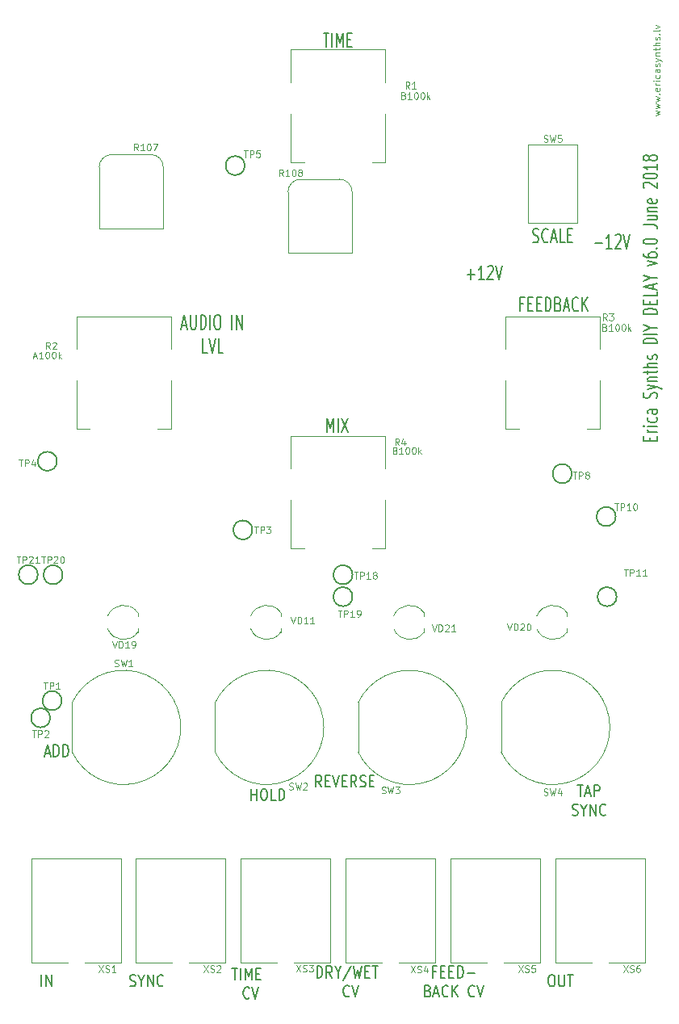
<source format=gto>
G04 #@! TF.FileFunction,Legend,Top*
%FSLAX46Y46*%
G04 Gerber Fmt 4.6, Leading zero omitted, Abs format (unit mm)*
G04 Created by KiCad (PCBNEW (2016-08-20 BZR 7083)-product) date Wed Jun 27 19:48:58 2018*
%MOMM*%
%LPD*%
G01*
G04 APERTURE LIST*
%ADD10C,0.100000*%
%ADD11C,0.150000*%
%ADD12C,0.200000*%
G04 APERTURE END LIST*
D10*
D11*
X67192857Y59047620D02*
X67192857Y59380953D01*
X67978571Y59523810D02*
X67978571Y59047620D01*
X66478571Y59047620D01*
X66478571Y59523810D01*
X67978571Y59952381D02*
X66978571Y59952381D01*
X67264285Y59952381D02*
X67121428Y60000000D01*
X67050000Y60047620D01*
X66978571Y60142858D01*
X66978571Y60238096D01*
X67978571Y60571429D02*
X66978571Y60571429D01*
X66478571Y60571429D02*
X66550000Y60523810D01*
X66621428Y60571429D01*
X66550000Y60619048D01*
X66478571Y60571429D01*
X66621428Y60571429D01*
X67907142Y61476191D02*
X67978571Y61380953D01*
X67978571Y61190477D01*
X67907142Y61095239D01*
X67835714Y61047620D01*
X67692857Y61000000D01*
X67264285Y61000000D01*
X67121428Y61047620D01*
X67050000Y61095239D01*
X66978571Y61190477D01*
X66978571Y61380953D01*
X67050000Y61476191D01*
X67978571Y62333334D02*
X67192857Y62333334D01*
X67050000Y62285715D01*
X66978571Y62190477D01*
X66978571Y62000000D01*
X67050000Y61904762D01*
X67907142Y62333334D02*
X67978571Y62238096D01*
X67978571Y62000000D01*
X67907142Y61904762D01*
X67764285Y61857143D01*
X67621428Y61857143D01*
X67478571Y61904762D01*
X67407142Y62000000D01*
X67407142Y62238096D01*
X67335714Y62333334D01*
X67907142Y63523810D02*
X67978571Y63666667D01*
X67978571Y63904762D01*
X67907142Y64000000D01*
X67835714Y64047620D01*
X67692857Y64095239D01*
X67550000Y64095239D01*
X67407142Y64047620D01*
X67335714Y64000000D01*
X67264285Y63904762D01*
X67192857Y63714286D01*
X67121428Y63619048D01*
X67050000Y63571429D01*
X66907142Y63523810D01*
X66764285Y63523810D01*
X66621428Y63571429D01*
X66550000Y63619048D01*
X66478571Y63714286D01*
X66478571Y63952381D01*
X66550000Y64095239D01*
X66978571Y64428572D02*
X67978571Y64666667D01*
X66978571Y64904762D02*
X67978571Y64666667D01*
X68335714Y64571429D01*
X68407142Y64523810D01*
X68478571Y64428572D01*
X66978571Y65285715D02*
X67978571Y65285715D01*
X67121428Y65285715D02*
X67050000Y65333334D01*
X66978571Y65428572D01*
X66978571Y65571429D01*
X67050000Y65666667D01*
X67192857Y65714286D01*
X67978571Y65714286D01*
X66978571Y66047620D02*
X66978571Y66428572D01*
X66478571Y66190477D02*
X67764285Y66190477D01*
X67907142Y66238096D01*
X67978571Y66333334D01*
X67978571Y66428572D01*
X67978571Y66761905D02*
X66478571Y66761905D01*
X67978571Y67190477D02*
X67192857Y67190477D01*
X67050000Y67142858D01*
X66978571Y67047620D01*
X66978571Y66904762D01*
X67050000Y66809524D01*
X67121428Y66761905D01*
X67907142Y67619048D02*
X67978571Y67714286D01*
X67978571Y67904762D01*
X67907142Y68000000D01*
X67764285Y68047620D01*
X67692857Y68047620D01*
X67550000Y68000000D01*
X67478571Y67904762D01*
X67478571Y67761905D01*
X67407142Y67666667D01*
X67264285Y67619048D01*
X67192857Y67619048D01*
X67050000Y67666667D01*
X66978571Y67761905D01*
X66978571Y67904762D01*
X67050000Y68000000D01*
X67978571Y69238096D02*
X66478571Y69238096D01*
X66478571Y69476191D01*
X66550000Y69619048D01*
X66692857Y69714286D01*
X66835714Y69761905D01*
X67121428Y69809524D01*
X67335714Y69809524D01*
X67621428Y69761905D01*
X67764285Y69714286D01*
X67907142Y69619048D01*
X67978571Y69476191D01*
X67978571Y69238096D01*
X67978571Y70238096D02*
X66478571Y70238096D01*
X67264285Y70904762D02*
X67978571Y70904762D01*
X66478571Y70571429D02*
X67264285Y70904762D01*
X66478571Y71238096D01*
X67978571Y72333334D02*
X66478571Y72333334D01*
X66478571Y72571429D01*
X66550000Y72714286D01*
X66692857Y72809524D01*
X66835714Y72857143D01*
X67121428Y72904762D01*
X67335714Y72904762D01*
X67621428Y72857143D01*
X67764285Y72809524D01*
X67907142Y72714286D01*
X67978571Y72571429D01*
X67978571Y72333334D01*
X67192857Y73333334D02*
X67192857Y73666667D01*
X67978571Y73809524D02*
X67978571Y73333334D01*
X66478571Y73333334D01*
X66478571Y73809524D01*
X67978571Y74714286D02*
X67978571Y74238096D01*
X66478571Y74238096D01*
X67550000Y75000000D02*
X67550000Y75476191D01*
X67978571Y74904762D02*
X66478571Y75238096D01*
X67978571Y75571429D01*
X67264285Y76095239D02*
X67978571Y76095239D01*
X66478571Y75761905D02*
X67264285Y76095239D01*
X66478571Y76428572D01*
X66978571Y77428572D02*
X67978571Y77666667D01*
X66978571Y77904762D01*
X66478571Y78714286D02*
X66478571Y78523810D01*
X66550000Y78428572D01*
X66621428Y78380953D01*
X66835714Y78285715D01*
X67121428Y78238096D01*
X67692857Y78238096D01*
X67835714Y78285715D01*
X67907142Y78333334D01*
X67978571Y78428572D01*
X67978571Y78619048D01*
X67907142Y78714286D01*
X67835714Y78761905D01*
X67692857Y78809524D01*
X67335714Y78809524D01*
X67192857Y78761905D01*
X67121428Y78714286D01*
X67050000Y78619048D01*
X67050000Y78428572D01*
X67121428Y78333334D01*
X67192857Y78285715D01*
X67335714Y78238096D01*
X67835714Y79238096D02*
X67907142Y79285715D01*
X67978571Y79238096D01*
X67907142Y79190477D01*
X67835714Y79238096D01*
X67978571Y79238096D01*
X66478571Y79904762D02*
X66478571Y80000000D01*
X66550000Y80095239D01*
X66621428Y80142858D01*
X66764285Y80190477D01*
X67050000Y80238096D01*
X67407142Y80238096D01*
X67692857Y80190477D01*
X67835714Y80142858D01*
X67907142Y80095239D01*
X67978571Y80000000D01*
X67978571Y79904762D01*
X67907142Y79809524D01*
X67835714Y79761905D01*
X67692857Y79714286D01*
X67407142Y79666667D01*
X67050000Y79666667D01*
X66764285Y79714286D01*
X66621428Y79761905D01*
X66550000Y79809524D01*
X66478571Y79904762D01*
X66478571Y81714286D02*
X67550000Y81714286D01*
X67764285Y81666667D01*
X67907142Y81571429D01*
X67978571Y81428572D01*
X67978571Y81333334D01*
X66978571Y82619048D02*
X67978571Y82619048D01*
X66978571Y82190477D02*
X67764285Y82190477D01*
X67907142Y82238096D01*
X67978571Y82333334D01*
X67978571Y82476191D01*
X67907142Y82571429D01*
X67835714Y82619048D01*
X66978571Y83095239D02*
X67978571Y83095239D01*
X67121428Y83095239D02*
X67050000Y83142858D01*
X66978571Y83238096D01*
X66978571Y83380953D01*
X67050000Y83476191D01*
X67192857Y83523810D01*
X67978571Y83523810D01*
X67907142Y84380953D02*
X67978571Y84285715D01*
X67978571Y84095239D01*
X67907142Y84000000D01*
X67764285Y83952381D01*
X67192857Y83952381D01*
X67050000Y84000000D01*
X66978571Y84095239D01*
X66978571Y84285715D01*
X67050000Y84380953D01*
X67192857Y84428572D01*
X67335714Y84428572D01*
X67478571Y83952381D01*
X66621428Y85571429D02*
X66550000Y85619048D01*
X66478571Y85714286D01*
X66478571Y85952381D01*
X66550000Y86047620D01*
X66621428Y86095239D01*
X66764285Y86142858D01*
X66907142Y86142858D01*
X67121428Y86095239D01*
X67978571Y85523810D01*
X67978571Y86142858D01*
X66478571Y86761905D02*
X66478571Y86857143D01*
X66550000Y86952381D01*
X66621428Y87000000D01*
X66764285Y87047620D01*
X67050000Y87095239D01*
X67407142Y87095239D01*
X67692857Y87047620D01*
X67835714Y87000000D01*
X67907142Y86952381D01*
X67978571Y86857143D01*
X67978571Y86761905D01*
X67907142Y86666667D01*
X67835714Y86619048D01*
X67692857Y86571429D01*
X67407142Y86523810D01*
X67050000Y86523810D01*
X66764285Y86571429D01*
X66621428Y86619048D01*
X66550000Y86666667D01*
X66478571Y86761905D01*
X67978571Y88047620D02*
X67978571Y87476191D01*
X67978571Y87761905D02*
X66478571Y87761905D01*
X66692857Y87666667D01*
X66835714Y87571429D01*
X66907142Y87476191D01*
X67121428Y88619048D02*
X67050000Y88523810D01*
X66978571Y88476191D01*
X66835714Y88428572D01*
X66764285Y88428572D01*
X66621428Y88476191D01*
X66550000Y88523810D01*
X66478571Y88619048D01*
X66478571Y88809524D01*
X66550000Y88904762D01*
X66621428Y88952381D01*
X66764285Y89000000D01*
X66835714Y89000000D01*
X66978571Y88952381D01*
X67050000Y88904762D01*
X67121428Y88809524D01*
X67121428Y88619048D01*
X67192857Y88523810D01*
X67264285Y88476191D01*
X67407142Y88428572D01*
X67692857Y88428572D01*
X67835714Y88476191D01*
X67907142Y88523810D01*
X67978571Y88619048D01*
X67978571Y88809524D01*
X67907142Y88904762D01*
X67835714Y88952381D01*
X67692857Y89000000D01*
X67407142Y89000000D01*
X67264285Y88952381D01*
X67192857Y88904762D01*
X67121428Y88809524D01*
D12*
X32952380Y101821429D02*
X33523809Y101821429D01*
X33238095Y100321429D02*
X33238095Y101821429D01*
X33857142Y100321429D02*
X33857142Y101821429D01*
X34333333Y100321429D02*
X34333333Y101821429D01*
X34666666Y100750000D01*
X35000000Y101821429D01*
X35000000Y100321429D01*
X35476190Y101107143D02*
X35809523Y101107143D01*
X35952380Y100321429D02*
X35476190Y100321429D01*
X35476190Y101821429D01*
X35952380Y101821429D01*
X54928571Y79892858D02*
X55071428Y79821429D01*
X55309523Y79821429D01*
X55404761Y79892858D01*
X55452380Y79964286D01*
X55500000Y80107143D01*
X55500000Y80250000D01*
X55452380Y80392858D01*
X55404761Y80464286D01*
X55309523Y80535715D01*
X55119047Y80607143D01*
X55023809Y80678572D01*
X54976190Y80750000D01*
X54928571Y80892858D01*
X54928571Y81035715D01*
X54976190Y81178572D01*
X55023809Y81250000D01*
X55119047Y81321429D01*
X55357142Y81321429D01*
X55500000Y81250000D01*
X56500000Y79964286D02*
X56452380Y79892858D01*
X56309523Y79821429D01*
X56214285Y79821429D01*
X56071428Y79892858D01*
X55976190Y80035715D01*
X55928571Y80178572D01*
X55880952Y80464286D01*
X55880952Y80678572D01*
X55928571Y80964286D01*
X55976190Y81107143D01*
X56071428Y81250000D01*
X56214285Y81321429D01*
X56309523Y81321429D01*
X56452380Y81250000D01*
X56500000Y81178572D01*
X56880952Y80250000D02*
X57357142Y80250000D01*
X56785714Y79821429D02*
X57119047Y81321429D01*
X57452380Y79821429D01*
X58261904Y79821429D02*
X57785714Y79821429D01*
X57785714Y81321429D01*
X58595238Y80607143D02*
X58928571Y80607143D01*
X59071428Y79821429D02*
X58595238Y79821429D01*
X58595238Y81321429D01*
X59071428Y81321429D01*
X53909523Y73407143D02*
X53576190Y73407143D01*
X53576190Y72621429D02*
X53576190Y74121429D01*
X54052380Y74121429D01*
X54433333Y73407143D02*
X54766666Y73407143D01*
X54909523Y72621429D02*
X54433333Y72621429D01*
X54433333Y74121429D01*
X54909523Y74121429D01*
X55338095Y73407143D02*
X55671428Y73407143D01*
X55814285Y72621429D02*
X55338095Y72621429D01*
X55338095Y74121429D01*
X55814285Y74121429D01*
X56242857Y72621429D02*
X56242857Y74121429D01*
X56480952Y74121429D01*
X56623809Y74050000D01*
X56719047Y73907143D01*
X56766666Y73764286D01*
X56814285Y73478572D01*
X56814285Y73264286D01*
X56766666Y72978572D01*
X56719047Y72835715D01*
X56623809Y72692858D01*
X56480952Y72621429D01*
X56242857Y72621429D01*
X57576190Y73407143D02*
X57719047Y73335715D01*
X57766666Y73264286D01*
X57814285Y73121429D01*
X57814285Y72907143D01*
X57766666Y72764286D01*
X57719047Y72692858D01*
X57623809Y72621429D01*
X57242857Y72621429D01*
X57242857Y74121429D01*
X57576190Y74121429D01*
X57671428Y74050000D01*
X57719047Y73978572D01*
X57766666Y73835715D01*
X57766666Y73692858D01*
X57719047Y73550000D01*
X57671428Y73478572D01*
X57576190Y73407143D01*
X57242857Y73407143D01*
X58195238Y73050000D02*
X58671428Y73050000D01*
X58100000Y72621429D02*
X58433333Y74121429D01*
X58766666Y72621429D01*
X59671428Y72764286D02*
X59623809Y72692858D01*
X59480952Y72621429D01*
X59385714Y72621429D01*
X59242857Y72692858D01*
X59147619Y72835715D01*
X59100000Y72978572D01*
X59052380Y73264286D01*
X59052380Y73478572D01*
X59100000Y73764286D01*
X59147619Y73907143D01*
X59242857Y74050000D01*
X59385714Y74121429D01*
X59480952Y74121429D01*
X59623809Y74050000D01*
X59671428Y73978572D01*
X60100000Y72621429D02*
X60100000Y74121429D01*
X60671428Y72621429D02*
X60242857Y73478572D01*
X60671428Y74121429D02*
X60100000Y73264286D01*
X18133333Y71175000D02*
X18609523Y71175000D01*
X18038095Y70746429D02*
X18371428Y72246429D01*
X18704761Y70746429D01*
X19038095Y72246429D02*
X19038095Y71032143D01*
X19085714Y70889286D01*
X19133333Y70817858D01*
X19228571Y70746429D01*
X19419047Y70746429D01*
X19514285Y70817858D01*
X19561904Y70889286D01*
X19609523Y71032143D01*
X19609523Y72246429D01*
X20085714Y70746429D02*
X20085714Y72246429D01*
X20323809Y72246429D01*
X20466666Y72175000D01*
X20561904Y72032143D01*
X20609523Y71889286D01*
X20657142Y71603572D01*
X20657142Y71389286D01*
X20609523Y71103572D01*
X20561904Y70960715D01*
X20466666Y70817858D01*
X20323809Y70746429D01*
X20085714Y70746429D01*
X21085714Y70746429D02*
X21085714Y72246429D01*
X21752380Y72246429D02*
X21942857Y72246429D01*
X22038095Y72175000D01*
X22133333Y72032143D01*
X22180952Y71746429D01*
X22180952Y71246429D01*
X22133333Y70960715D01*
X22038095Y70817858D01*
X21942857Y70746429D01*
X21752380Y70746429D01*
X21657142Y70817858D01*
X21561904Y70960715D01*
X21514285Y71246429D01*
X21514285Y71746429D01*
X21561904Y72032143D01*
X21657142Y72175000D01*
X21752380Y72246429D01*
X23371428Y70746429D02*
X23371428Y72246429D01*
X23847619Y70746429D02*
X23847619Y72246429D01*
X24419047Y70746429D01*
X24419047Y72246429D01*
X20776190Y68296429D02*
X20300000Y68296429D01*
X20300000Y69796429D01*
X20966666Y69796429D02*
X21300000Y68296429D01*
X21633333Y69796429D01*
X22442857Y68296429D02*
X21966666Y68296429D01*
X21966666Y69796429D01*
X33352380Y59921429D02*
X33352380Y61421429D01*
X33685714Y60350000D01*
X34019047Y61421429D01*
X34019047Y59921429D01*
X34495238Y59921429D02*
X34495238Y61421429D01*
X34876190Y61421429D02*
X35542857Y59921429D01*
X35542857Y61421429D02*
X34876190Y59921429D01*
X59585714Y22957143D02*
X60157142Y22957143D01*
X59871428Y21757143D02*
X59871428Y22957143D01*
X60442857Y22100000D02*
X60919047Y22100000D01*
X60347619Y21757143D02*
X60680952Y22957143D01*
X61014285Y21757143D01*
X61347619Y21757143D02*
X61347619Y22957143D01*
X61728571Y22957143D01*
X61823809Y22900000D01*
X61871428Y22842858D01*
X61919047Y22728572D01*
X61919047Y22557143D01*
X61871428Y22442858D01*
X61823809Y22385715D01*
X61728571Y22328572D01*
X61347619Y22328572D01*
X59061904Y19814286D02*
X59204761Y19757143D01*
X59442857Y19757143D01*
X59538095Y19814286D01*
X59585714Y19871429D01*
X59633333Y19985715D01*
X59633333Y20100000D01*
X59585714Y20214286D01*
X59538095Y20271429D01*
X59442857Y20328572D01*
X59252380Y20385715D01*
X59157142Y20442858D01*
X59109523Y20500000D01*
X59061904Y20614286D01*
X59061904Y20728572D01*
X59109523Y20842858D01*
X59157142Y20900000D01*
X59252380Y20957143D01*
X59490476Y20957143D01*
X59633333Y20900000D01*
X60252380Y20328572D02*
X60252380Y19757143D01*
X59919047Y20957143D02*
X60252380Y20328572D01*
X60585714Y20957143D01*
X60919047Y19757143D02*
X60919047Y20957143D01*
X61490476Y19757143D01*
X61490476Y20957143D01*
X62538095Y19871429D02*
X62490476Y19814286D01*
X62347619Y19757143D01*
X62252380Y19757143D01*
X62109523Y19814286D01*
X62014285Y19928572D01*
X61966666Y20042858D01*
X61919047Y20271429D01*
X61919047Y20442858D01*
X61966666Y20671429D01*
X62014285Y20785715D01*
X62109523Y20900000D01*
X62252380Y20957143D01*
X62347619Y20957143D01*
X62490476Y20900000D01*
X62538095Y20842858D01*
X32747619Y22757143D02*
X32414285Y23328572D01*
X32176190Y22757143D02*
X32176190Y23957143D01*
X32557142Y23957143D01*
X32652380Y23900000D01*
X32700000Y23842858D01*
X32747619Y23728572D01*
X32747619Y23557143D01*
X32700000Y23442858D01*
X32652380Y23385715D01*
X32557142Y23328572D01*
X32176190Y23328572D01*
X33176190Y23385715D02*
X33509523Y23385715D01*
X33652380Y22757143D02*
X33176190Y22757143D01*
X33176190Y23957143D01*
X33652380Y23957143D01*
X33938095Y23957143D02*
X34271428Y22757143D01*
X34604761Y23957143D01*
X34938095Y23385715D02*
X35271428Y23385715D01*
X35414285Y22757143D02*
X34938095Y22757143D01*
X34938095Y23957143D01*
X35414285Y23957143D01*
X36414285Y22757143D02*
X36080952Y23328572D01*
X35842857Y22757143D02*
X35842857Y23957143D01*
X36223809Y23957143D01*
X36319047Y23900000D01*
X36366666Y23842858D01*
X36414285Y23728572D01*
X36414285Y23557143D01*
X36366666Y23442858D01*
X36319047Y23385715D01*
X36223809Y23328572D01*
X35842857Y23328572D01*
X36795238Y22814286D02*
X36938095Y22757143D01*
X37176190Y22757143D01*
X37271428Y22814286D01*
X37319047Y22871429D01*
X37366666Y22985715D01*
X37366666Y23100000D01*
X37319047Y23214286D01*
X37271428Y23271429D01*
X37176190Y23328572D01*
X36985714Y23385715D01*
X36890476Y23442858D01*
X36842857Y23500000D01*
X36795238Y23614286D01*
X36795238Y23728572D01*
X36842857Y23842858D01*
X36890476Y23900000D01*
X36985714Y23957143D01*
X37223809Y23957143D01*
X37366666Y23900000D01*
X37795238Y23385715D02*
X38128571Y23385715D01*
X38271428Y22757143D02*
X37795238Y22757143D01*
X37795238Y23957143D01*
X38271428Y23957143D01*
X25385714Y21357143D02*
X25385714Y22557143D01*
X25385714Y21985715D02*
X25957142Y21985715D01*
X25957142Y21357143D02*
X25957142Y22557143D01*
X26623809Y22557143D02*
X26814285Y22557143D01*
X26909523Y22500000D01*
X27004761Y22385715D01*
X27052380Y22157143D01*
X27052380Y21757143D01*
X27004761Y21528572D01*
X26909523Y21414286D01*
X26814285Y21357143D01*
X26623809Y21357143D01*
X26528571Y21414286D01*
X26433333Y21528572D01*
X26385714Y21757143D01*
X26385714Y22157143D01*
X26433333Y22385715D01*
X26528571Y22500000D01*
X26623809Y22557143D01*
X27957142Y21357143D02*
X27480952Y21357143D01*
X27480952Y22557143D01*
X28290476Y21357143D02*
X28290476Y22557143D01*
X28528571Y22557143D01*
X28671428Y22500000D01*
X28766666Y22385715D01*
X28814285Y22271429D01*
X28861904Y22042858D01*
X28861904Y21871429D01*
X28814285Y21642858D01*
X28766666Y21528572D01*
X28671428Y21414286D01*
X28528571Y21357143D01*
X28290476Y21357143D01*
X3761904Y26300000D02*
X4238095Y26300000D01*
X3666666Y25957143D02*
X4000000Y27157143D01*
X4333333Y25957143D01*
X4666666Y25957143D02*
X4666666Y27157143D01*
X4904761Y27157143D01*
X5047619Y27100000D01*
X5142857Y26985715D01*
X5190476Y26871429D01*
X5238095Y26642858D01*
X5238095Y26471429D01*
X5190476Y26242858D01*
X5142857Y26128572D01*
X5047619Y26014286D01*
X4904761Y25957143D01*
X4666666Y25957143D01*
X5666666Y25957143D02*
X5666666Y27157143D01*
X5904761Y27157143D01*
X6047619Y27100000D01*
X6142857Y26985715D01*
X6190476Y26871429D01*
X6238095Y26642858D01*
X6238095Y26471429D01*
X6190476Y26242858D01*
X6142857Y26128572D01*
X6047619Y26014286D01*
X5904761Y25957143D01*
X5666666Y25957143D01*
X56800000Y3057143D02*
X56990476Y3057143D01*
X57085714Y3000000D01*
X57180952Y2885715D01*
X57228571Y2657143D01*
X57228571Y2257143D01*
X57180952Y2028572D01*
X57085714Y1914286D01*
X56990476Y1857143D01*
X56800000Y1857143D01*
X56704761Y1914286D01*
X56609523Y2028572D01*
X56561904Y2257143D01*
X56561904Y2657143D01*
X56609523Y2885715D01*
X56704761Y3000000D01*
X56800000Y3057143D01*
X57657142Y3057143D02*
X57657142Y2085715D01*
X57704761Y1971429D01*
X57752380Y1914286D01*
X57847619Y1857143D01*
X58038095Y1857143D01*
X58133333Y1914286D01*
X58180952Y1971429D01*
X58228571Y2085715D01*
X58228571Y3057143D01*
X58561904Y3057143D02*
X59133333Y3057143D01*
X58847619Y1857143D02*
X58847619Y3057143D01*
X44719047Y3385715D02*
X44385714Y3385715D01*
X44385714Y2757143D02*
X44385714Y3957143D01*
X44861904Y3957143D01*
X45242857Y3385715D02*
X45576190Y3385715D01*
X45719047Y2757143D02*
X45242857Y2757143D01*
X45242857Y3957143D01*
X45719047Y3957143D01*
X46147619Y3385715D02*
X46480952Y3385715D01*
X46623809Y2757143D02*
X46147619Y2757143D01*
X46147619Y3957143D01*
X46623809Y3957143D01*
X47052380Y2757143D02*
X47052380Y3957143D01*
X47290476Y3957143D01*
X47433333Y3900000D01*
X47528571Y3785715D01*
X47576190Y3671429D01*
X47623809Y3442858D01*
X47623809Y3271429D01*
X47576190Y3042858D01*
X47528571Y2928572D01*
X47433333Y2814286D01*
X47290476Y2757143D01*
X47052380Y2757143D01*
X48052380Y3214286D02*
X48814285Y3214286D01*
X43933333Y1385715D02*
X44076190Y1328572D01*
X44123809Y1271429D01*
X44171428Y1157143D01*
X44171428Y985715D01*
X44123809Y871429D01*
X44076190Y814286D01*
X43980952Y757143D01*
X43600000Y757143D01*
X43600000Y1957143D01*
X43933333Y1957143D01*
X44028571Y1900000D01*
X44076190Y1842858D01*
X44123809Y1728572D01*
X44123809Y1614286D01*
X44076190Y1500000D01*
X44028571Y1442858D01*
X43933333Y1385715D01*
X43600000Y1385715D01*
X44552380Y1100000D02*
X45028571Y1100000D01*
X44457142Y757143D02*
X44790476Y1957143D01*
X45123809Y757143D01*
X46028571Y871429D02*
X45980952Y814286D01*
X45838095Y757143D01*
X45742857Y757143D01*
X45600000Y814286D01*
X45504761Y928572D01*
X45457142Y1042858D01*
X45409523Y1271429D01*
X45409523Y1442858D01*
X45457142Y1671429D01*
X45504761Y1785715D01*
X45600000Y1900000D01*
X45742857Y1957143D01*
X45838095Y1957143D01*
X45980952Y1900000D01*
X46028571Y1842858D01*
X46457142Y757143D02*
X46457142Y1957143D01*
X47028571Y757143D02*
X46600000Y1442858D01*
X47028571Y1957143D02*
X46457142Y1271429D01*
X48790476Y871429D02*
X48742857Y814286D01*
X48600000Y757143D01*
X48504761Y757143D01*
X48361904Y814286D01*
X48266666Y928572D01*
X48219047Y1042858D01*
X48171428Y1271429D01*
X48171428Y1442858D01*
X48219047Y1671429D01*
X48266666Y1785715D01*
X48361904Y1900000D01*
X48504761Y1957143D01*
X48600000Y1957143D01*
X48742857Y1900000D01*
X48790476Y1842858D01*
X49076190Y1957143D02*
X49409523Y757143D01*
X49742857Y1957143D01*
X32280952Y2757143D02*
X32280952Y3957143D01*
X32519047Y3957143D01*
X32661904Y3900000D01*
X32757142Y3785715D01*
X32804761Y3671429D01*
X32852380Y3442858D01*
X32852380Y3271429D01*
X32804761Y3042858D01*
X32757142Y2928572D01*
X32661904Y2814286D01*
X32519047Y2757143D01*
X32280952Y2757143D01*
X33852380Y2757143D02*
X33519047Y3328572D01*
X33280952Y2757143D02*
X33280952Y3957143D01*
X33661904Y3957143D01*
X33757142Y3900000D01*
X33804761Y3842858D01*
X33852380Y3728572D01*
X33852380Y3557143D01*
X33804761Y3442858D01*
X33757142Y3385715D01*
X33661904Y3328572D01*
X33280952Y3328572D01*
X34471428Y3328572D02*
X34471428Y2757143D01*
X34138095Y3957143D02*
X34471428Y3328572D01*
X34804761Y3957143D01*
X35852380Y4014286D02*
X34995238Y2471429D01*
X36090476Y3957143D02*
X36328571Y2757143D01*
X36519047Y3614286D01*
X36709523Y2757143D01*
X36947619Y3957143D01*
X37328571Y3385715D02*
X37661904Y3385715D01*
X37804761Y2757143D02*
X37328571Y2757143D01*
X37328571Y3957143D01*
X37804761Y3957143D01*
X38090476Y3957143D02*
X38661904Y3957143D01*
X38376190Y2757143D02*
X38376190Y3957143D01*
X35661904Y871429D02*
X35614285Y814286D01*
X35471428Y757143D01*
X35376190Y757143D01*
X35233333Y814286D01*
X35138095Y928572D01*
X35090476Y1042858D01*
X35042857Y1271429D01*
X35042857Y1442858D01*
X35090476Y1671429D01*
X35138095Y1785715D01*
X35233333Y1900000D01*
X35376190Y1957143D01*
X35471428Y1957143D01*
X35614285Y1900000D01*
X35661904Y1842858D01*
X35947619Y1957143D02*
X36280952Y757143D01*
X36614285Y1957143D01*
D10*
X67750000Y93150000D02*
X68216666Y93283334D01*
X67883333Y93416667D01*
X68216666Y93550000D01*
X67750000Y93683334D01*
X67750000Y93883334D02*
X68216666Y94016667D01*
X67883333Y94150000D01*
X68216666Y94283334D01*
X67750000Y94416667D01*
X67750000Y94616667D02*
X68216666Y94750000D01*
X67883333Y94883334D01*
X68216666Y95016667D01*
X67750000Y95150000D01*
X68150000Y95416667D02*
X68183333Y95450000D01*
X68216666Y95416667D01*
X68183333Y95383334D01*
X68150000Y95416667D01*
X68216666Y95416667D01*
X68183333Y96016667D02*
X68216666Y95950000D01*
X68216666Y95816667D01*
X68183333Y95750000D01*
X68116666Y95716667D01*
X67850000Y95716667D01*
X67783333Y95750000D01*
X67750000Y95816667D01*
X67750000Y95950000D01*
X67783333Y96016667D01*
X67850000Y96050000D01*
X67916666Y96050000D01*
X67983333Y95716667D01*
X68216666Y96350000D02*
X67750000Y96350000D01*
X67883333Y96350000D02*
X67816666Y96383334D01*
X67783333Y96416667D01*
X67750000Y96483334D01*
X67750000Y96550000D01*
X68216666Y96783334D02*
X67750000Y96783334D01*
X67516666Y96783334D02*
X67550000Y96750000D01*
X67583333Y96783334D01*
X67550000Y96816667D01*
X67516666Y96783334D01*
X67583333Y96783334D01*
X68183333Y97416667D02*
X68216666Y97350000D01*
X68216666Y97216667D01*
X68183333Y97150000D01*
X68150000Y97116667D01*
X68083333Y97083334D01*
X67883333Y97083334D01*
X67816666Y97116667D01*
X67783333Y97150000D01*
X67750000Y97216667D01*
X67750000Y97350000D01*
X67783333Y97416667D01*
X68216666Y98016667D02*
X67850000Y98016667D01*
X67783333Y97983334D01*
X67750000Y97916667D01*
X67750000Y97783334D01*
X67783333Y97716667D01*
X68183333Y98016667D02*
X68216666Y97950000D01*
X68216666Y97783334D01*
X68183333Y97716667D01*
X68116666Y97683334D01*
X68050000Y97683334D01*
X67983333Y97716667D01*
X67950000Y97783334D01*
X67950000Y97950000D01*
X67916666Y98016667D01*
X68183333Y98316667D02*
X68216666Y98383334D01*
X68216666Y98516667D01*
X68183333Y98583334D01*
X68116666Y98616667D01*
X68083333Y98616667D01*
X68016666Y98583334D01*
X67983333Y98516667D01*
X67983333Y98416667D01*
X67950000Y98350000D01*
X67883333Y98316667D01*
X67850000Y98316667D01*
X67783333Y98350000D01*
X67750000Y98416667D01*
X67750000Y98516667D01*
X67783333Y98583334D01*
X67750000Y98850000D02*
X68216666Y99016667D01*
X67750000Y99183334D02*
X68216666Y99016667D01*
X68383333Y98950000D01*
X68416666Y98916667D01*
X68450000Y98850000D01*
X67750000Y99450000D02*
X68216666Y99450000D01*
X67816666Y99450000D02*
X67783333Y99483334D01*
X67750000Y99550000D01*
X67750000Y99650000D01*
X67783333Y99716667D01*
X67850000Y99750000D01*
X68216666Y99750000D01*
X67750000Y99983334D02*
X67750000Y100250000D01*
X67516666Y100083334D02*
X68116666Y100083334D01*
X68183333Y100116667D01*
X68216666Y100183334D01*
X68216666Y100250000D01*
X68216666Y100483334D02*
X67516666Y100483334D01*
X68216666Y100783334D02*
X67850000Y100783334D01*
X67783333Y100750000D01*
X67750000Y100683334D01*
X67750000Y100583334D01*
X67783333Y100516667D01*
X67816666Y100483334D01*
X68183333Y101083334D02*
X68216666Y101150000D01*
X68216666Y101283334D01*
X68183333Y101350000D01*
X68116666Y101383334D01*
X68083333Y101383334D01*
X68016666Y101350000D01*
X67983333Y101283334D01*
X67983333Y101183334D01*
X67950000Y101116667D01*
X67883333Y101083334D01*
X67850000Y101083334D01*
X67783333Y101116667D01*
X67750000Y101183334D01*
X67750000Y101283334D01*
X67783333Y101350000D01*
X68150000Y101683334D02*
X68183333Y101716667D01*
X68216666Y101683334D01*
X68183333Y101650000D01*
X68150000Y101683334D01*
X68216666Y101683334D01*
X68216666Y102116667D02*
X68183333Y102050000D01*
X68116666Y102016667D01*
X67516666Y102016667D01*
X67750000Y102316667D02*
X68216666Y102483334D01*
X67750000Y102650000D01*
D12*
X3376190Y1857143D02*
X3376190Y3057143D01*
X3852380Y1857143D02*
X3852380Y3057143D01*
X4423809Y1857143D01*
X4423809Y3057143D01*
X12661904Y1914286D02*
X12804761Y1857143D01*
X13042857Y1857143D01*
X13138095Y1914286D01*
X13185714Y1971429D01*
X13233333Y2085715D01*
X13233333Y2200000D01*
X13185714Y2314286D01*
X13138095Y2371429D01*
X13042857Y2428572D01*
X12852380Y2485715D01*
X12757142Y2542858D01*
X12709523Y2600000D01*
X12661904Y2714286D01*
X12661904Y2828572D01*
X12709523Y2942858D01*
X12757142Y3000000D01*
X12852380Y3057143D01*
X13090476Y3057143D01*
X13233333Y3000000D01*
X13852380Y2428572D02*
X13852380Y1857143D01*
X13519047Y3057143D02*
X13852380Y2428572D01*
X14185714Y3057143D01*
X14519047Y1857143D02*
X14519047Y3057143D01*
X15090476Y1857143D01*
X15090476Y3057143D01*
X16138095Y1971429D02*
X16090476Y1914286D01*
X15947619Y1857143D01*
X15852380Y1857143D01*
X15709523Y1914286D01*
X15614285Y2028572D01*
X15566666Y2142858D01*
X15519047Y2371429D01*
X15519047Y2542858D01*
X15566666Y2771429D01*
X15614285Y2885715D01*
X15709523Y3000000D01*
X15852380Y3057143D01*
X15947619Y3057143D01*
X16090476Y3000000D01*
X16138095Y2942858D01*
X23371428Y3757143D02*
X23942857Y3757143D01*
X23657142Y2557143D02*
X23657142Y3757143D01*
X24276190Y2557143D02*
X24276190Y3757143D01*
X24752380Y2557143D02*
X24752380Y3757143D01*
X25085714Y2900000D01*
X25419047Y3757143D01*
X25419047Y2557143D01*
X25895238Y3185715D02*
X26228571Y3185715D01*
X26371428Y2557143D02*
X25895238Y2557143D01*
X25895238Y3757143D01*
X26371428Y3757143D01*
X25180952Y671429D02*
X25133333Y614286D01*
X24990476Y557143D01*
X24895238Y557143D01*
X24752380Y614286D01*
X24657142Y728572D01*
X24609523Y842858D01*
X24561904Y1071429D01*
X24561904Y1242858D01*
X24609523Y1471429D01*
X24657142Y1585715D01*
X24752380Y1700000D01*
X24895238Y1757143D01*
X24990476Y1757143D01*
X25133333Y1700000D01*
X25180952Y1642858D01*
X25466666Y1757143D02*
X25800000Y557143D01*
X26133333Y1757143D01*
X61438095Y79792858D02*
X62200000Y79792858D01*
X63200000Y79221429D02*
X62628571Y79221429D01*
X62914285Y79221429D02*
X62914285Y80721429D01*
X62819047Y80507143D01*
X62723809Y80364286D01*
X62628571Y80292858D01*
X63580952Y80578572D02*
X63628571Y80650000D01*
X63723809Y80721429D01*
X63961904Y80721429D01*
X64057142Y80650000D01*
X64104761Y80578572D01*
X64152380Y80435715D01*
X64152380Y80292858D01*
X64104761Y80078572D01*
X63533333Y79221429D01*
X64152380Y79221429D01*
X64438095Y80721429D02*
X64771428Y79221429D01*
X65104761Y80721429D01*
X48038095Y76492858D02*
X48800000Y76492858D01*
X48419047Y75921429D02*
X48419047Y77064286D01*
X49800000Y75921429D02*
X49228571Y75921429D01*
X49514285Y75921429D02*
X49514285Y77421429D01*
X49419047Y77207143D01*
X49323809Y77064286D01*
X49228571Y76992858D01*
X50180952Y77278572D02*
X50228571Y77350000D01*
X50323809Y77421429D01*
X50561904Y77421429D01*
X50657142Y77350000D01*
X50704761Y77278572D01*
X50752380Y77135715D01*
X50752380Y76992858D01*
X50704761Y76778572D01*
X50133333Y75921429D01*
X50752380Y75921429D01*
X51038095Y77421429D02*
X51371428Y75921429D01*
X51704761Y77421429D01*
D10*
X10768000Y89065500D02*
X14832000Y89065500D01*
X9434500Y81318500D02*
X9434500Y87732000D01*
X16165500Y87732000D02*
X16165500Y81318500D01*
X10768000Y89065500D02*
G75*
G03X9434500Y87732000I0J-1333500D01*
G01*
X16165500Y87732000D02*
G75*
G03X14832000Y89065500I-1333500J0D01*
G01*
X9434500Y81318500D02*
X16165500Y81318500D01*
X39453000Y93349000D02*
X39453000Y88269000D01*
X39453000Y88269000D02*
X38056000Y88269000D01*
X29547000Y93349000D02*
X29547000Y88269000D01*
X29547000Y88269000D02*
X30944000Y88269000D01*
X29547000Y96651000D02*
X29547000Y100080000D01*
X29547000Y100080000D02*
X39453000Y100080000D01*
X39453000Y100080000D02*
X39453000Y96651000D01*
X16953000Y65349000D02*
X16953000Y60269000D01*
X16953000Y60269000D02*
X15556000Y60269000D01*
X7047000Y65349000D02*
X7047000Y60269000D01*
X7047000Y60269000D02*
X8444000Y60269000D01*
X7047000Y68651000D02*
X7047000Y72080000D01*
X7047000Y72080000D02*
X16953000Y72080000D01*
X16953000Y72080000D02*
X16953000Y68651000D01*
X61953000Y65349000D02*
X61953000Y60269000D01*
X61953000Y60269000D02*
X60556000Y60269000D01*
X52047000Y65349000D02*
X52047000Y60269000D01*
X52047000Y60269000D02*
X53444000Y60269000D01*
X52047000Y68651000D02*
X52047000Y72080000D01*
X52047000Y72080000D02*
X61953000Y72080000D01*
X61953000Y72080000D02*
X61953000Y68651000D01*
X39453000Y52849000D02*
X39453000Y47769000D01*
X39453000Y47769000D02*
X38056000Y47769000D01*
X29547000Y52849000D02*
X29547000Y47769000D01*
X29547000Y47769000D02*
X30944000Y47769000D01*
X29547000Y56151000D02*
X29547000Y59580000D01*
X29547000Y59580000D02*
X39453000Y59580000D01*
X39453000Y59580000D02*
X39453000Y56151000D01*
X30568000Y86465500D02*
X34632000Y86465500D01*
X29234500Y78718500D02*
X29234500Y85132000D01*
X35965500Y85132000D02*
X35965500Y78718500D01*
X30568000Y86465500D02*
G75*
G03X29234500Y85132000I0J-1333500D01*
G01*
X35965500Y85132000D02*
G75*
G03X34632000Y86465500I-1333500J0D01*
G01*
X29234500Y78718500D02*
X35965500Y78718500D01*
X6603639Y26392454D02*
G75*
G03X6600000Y31600000I5396361J2607546D01*
G01*
X6600000Y26400000D02*
X6600000Y31600000D01*
X21603639Y26392454D02*
G75*
G03X21600000Y31600000I5396361J2607546D01*
G01*
X21600000Y26400000D02*
X21600000Y31600000D01*
X36603639Y26392454D02*
G75*
G03X36600000Y31600000I5396361J2607546D01*
G01*
X36600000Y26400000D02*
X36600000Y31600000D01*
X51603639Y26392454D02*
G75*
G03X51600000Y31600000I5396361J2607546D01*
G01*
X51600000Y26400000D02*
X51600000Y31600000D01*
X54396500Y81872500D02*
X59603500Y81872500D01*
X59603500Y81872500D02*
X59603500Y90127500D01*
X59603500Y90127500D02*
X54396500Y90127500D01*
X54396500Y90127500D02*
X54396500Y81872500D01*
D11*
X5500000Y31800000D02*
G75*
G03X5500000Y31800000I-1000000J0D01*
G01*
X4300000Y30000000D02*
G75*
G03X4300000Y30000000I-1000000J0D01*
G01*
X25500000Y49700000D02*
G75*
G03X25500000Y49700000I-1000000J0D01*
G01*
X5000000Y56900000D02*
G75*
G03X5000000Y56900000I-1000000J0D01*
G01*
X24700000Y87900000D02*
G75*
G03X24700000Y87900000I-1000000J0D01*
G01*
X59000000Y55600000D02*
G75*
G03X59000000Y55600000I-1000000J0D01*
G01*
X63600000Y51100000D02*
G75*
G03X63600000Y51100000I-1000000J0D01*
G01*
X63700000Y42700000D02*
G75*
G03X63700000Y42700000I-1000000J0D01*
G01*
X36000000Y45000000D02*
G75*
G03X36000000Y45000000I-1000000J0D01*
G01*
X36000000Y42700000D02*
G75*
G03X36000000Y42700000I-1000000J0D01*
G01*
X5600000Y45000000D02*
G75*
G03X5600000Y45000000I-1000000J0D01*
G01*
X3000000Y45000000D02*
G75*
G03X3000000Y45000000I-1000000J0D01*
G01*
D10*
X28494900Y41018124D02*
G75*
G03X25320000Y40670000I-1494900J-1018124D01*
G01*
X25332173Y39315636D02*
G75*
G03X28500000Y39000000I1667827J684364D01*
G01*
X28500000Y41000000D02*
X28500000Y40650000D01*
X28500000Y39000000D02*
X28500000Y39350000D01*
X13494900Y41018124D02*
G75*
G03X10320000Y40670000I-1494900J-1018124D01*
G01*
X10332173Y39315636D02*
G75*
G03X13500000Y39000000I1667827J684364D01*
G01*
X13500000Y41000000D02*
X13500000Y40650000D01*
X13500000Y39000000D02*
X13500000Y39350000D01*
X58494900Y41018124D02*
G75*
G03X55320000Y40670000I-1494900J-1018124D01*
G01*
X55332173Y39315636D02*
G75*
G03X58500000Y39000000I1667827J684364D01*
G01*
X58500000Y41000000D02*
X58500000Y40650000D01*
X58500000Y39000000D02*
X58500000Y39350000D01*
X43494900Y41018124D02*
G75*
G03X40320000Y40670000I-1494900J-1018124D01*
G01*
X40332173Y39315636D02*
G75*
G03X43500000Y39000000I1667827J684364D01*
G01*
X43500000Y41000000D02*
X43500000Y40650000D01*
X43500000Y39000000D02*
X43500000Y39350000D01*
X6111000Y4301000D02*
X2301000Y4301000D01*
X2301000Y4301000D02*
X2301000Y15223000D01*
X2301000Y15223000D02*
X11699000Y15223000D01*
X11699000Y15223000D02*
X11699000Y4301000D01*
X11699000Y4301000D02*
X7889000Y4301000D01*
X17111000Y4301000D02*
X13301000Y4301000D01*
X13301000Y4301000D02*
X13301000Y15223000D01*
X13301000Y15223000D02*
X22699000Y15223000D01*
X22699000Y15223000D02*
X22699000Y4301000D01*
X22699000Y4301000D02*
X18889000Y4301000D01*
X28111000Y4301000D02*
X24301000Y4301000D01*
X24301000Y4301000D02*
X24301000Y15223000D01*
X24301000Y15223000D02*
X33699000Y15223000D01*
X33699000Y15223000D02*
X33699000Y4301000D01*
X33699000Y4301000D02*
X29889000Y4301000D01*
X39111000Y4301000D02*
X35301000Y4301000D01*
X35301000Y4301000D02*
X35301000Y15223000D01*
X35301000Y15223000D02*
X44699000Y15223000D01*
X44699000Y15223000D02*
X44699000Y4301000D01*
X44699000Y4301000D02*
X40889000Y4301000D01*
X50111000Y4301000D02*
X46301000Y4301000D01*
X46301000Y4301000D02*
X46301000Y15223000D01*
X46301000Y15223000D02*
X55699000Y15223000D01*
X55699000Y15223000D02*
X55699000Y4301000D01*
X55699000Y4301000D02*
X51889000Y4301000D01*
X61111000Y4301000D02*
X57301000Y4301000D01*
X57301000Y4301000D02*
X57301000Y15223000D01*
X57301000Y15223000D02*
X66699000Y15223000D01*
X66699000Y15223000D02*
X66699000Y4301000D01*
X66699000Y4301000D02*
X62889000Y4301000D01*
X13516666Y89483334D02*
X13283333Y89816667D01*
X13116666Y89483334D02*
X13116666Y90183334D01*
X13383333Y90183334D01*
X13450000Y90150000D01*
X13483333Y90116667D01*
X13516666Y90050000D01*
X13516666Y89950000D01*
X13483333Y89883334D01*
X13450000Y89850000D01*
X13383333Y89816667D01*
X13116666Y89816667D01*
X14183333Y89483334D02*
X13783333Y89483334D01*
X13983333Y89483334D02*
X13983333Y90183334D01*
X13916666Y90083334D01*
X13850000Y90016667D01*
X13783333Y89983334D01*
X14616666Y90183334D02*
X14683333Y90183334D01*
X14750000Y90150000D01*
X14783333Y90116667D01*
X14816666Y90050000D01*
X14850000Y89916667D01*
X14850000Y89750000D01*
X14816666Y89616667D01*
X14783333Y89550000D01*
X14750000Y89516667D01*
X14683333Y89483334D01*
X14616666Y89483334D01*
X14550000Y89516667D01*
X14516666Y89550000D01*
X14483333Y89616667D01*
X14450000Y89750000D01*
X14450000Y89916667D01*
X14483333Y90050000D01*
X14516666Y90116667D01*
X14550000Y90150000D01*
X14616666Y90183334D01*
X15083333Y90183334D02*
X15550000Y90183334D01*
X15250000Y89483334D01*
X41366666Y95250000D02*
X41466666Y95216667D01*
X41500000Y95183334D01*
X41533333Y95116667D01*
X41533333Y95016667D01*
X41500000Y94950000D01*
X41466666Y94916667D01*
X41400000Y94883334D01*
X41133333Y94883334D01*
X41133333Y95583334D01*
X41366666Y95583334D01*
X41433333Y95550000D01*
X41466666Y95516667D01*
X41500000Y95450000D01*
X41500000Y95383334D01*
X41466666Y95316667D01*
X41433333Y95283334D01*
X41366666Y95250000D01*
X41133333Y95250000D01*
X42200000Y94883334D02*
X41800000Y94883334D01*
X42000000Y94883334D02*
X42000000Y95583334D01*
X41933333Y95483334D01*
X41866666Y95416667D01*
X41800000Y95383334D01*
X42633333Y95583334D02*
X42700000Y95583334D01*
X42766666Y95550000D01*
X42800000Y95516667D01*
X42833333Y95450000D01*
X42866666Y95316667D01*
X42866666Y95150000D01*
X42833333Y95016667D01*
X42800000Y94950000D01*
X42766666Y94916667D01*
X42700000Y94883334D01*
X42633333Y94883334D01*
X42566666Y94916667D01*
X42533333Y94950000D01*
X42500000Y95016667D01*
X42466666Y95150000D01*
X42466666Y95316667D01*
X42500000Y95450000D01*
X42533333Y95516667D01*
X42566666Y95550000D01*
X42633333Y95583334D01*
X43300000Y95583334D02*
X43366666Y95583334D01*
X43433333Y95550000D01*
X43466666Y95516667D01*
X43500000Y95450000D01*
X43533333Y95316667D01*
X43533333Y95150000D01*
X43500000Y95016667D01*
X43466666Y94950000D01*
X43433333Y94916667D01*
X43366666Y94883334D01*
X43300000Y94883334D01*
X43233333Y94916667D01*
X43200000Y94950000D01*
X43166666Y95016667D01*
X43133333Y95150000D01*
X43133333Y95316667D01*
X43166666Y95450000D01*
X43200000Y95516667D01*
X43233333Y95550000D01*
X43300000Y95583334D01*
X43833333Y94883334D02*
X43833333Y95583334D01*
X43900000Y95150000D02*
X44100000Y94883334D01*
X44100000Y95350000D02*
X43833333Y95083334D01*
X41983333Y95983334D02*
X41750000Y96316667D01*
X41583333Y95983334D02*
X41583333Y96683334D01*
X41850000Y96683334D01*
X41916666Y96650000D01*
X41950000Y96616667D01*
X41983333Y96550000D01*
X41983333Y96450000D01*
X41950000Y96383334D01*
X41916666Y96350000D01*
X41850000Y96316667D01*
X41583333Y96316667D01*
X42650000Y95983334D02*
X42250000Y95983334D01*
X42450000Y95983334D02*
X42450000Y96683334D01*
X42383333Y96583334D01*
X42316666Y96516667D01*
X42250000Y96483334D01*
X2550000Y67883334D02*
X2883333Y67883334D01*
X2483333Y67683334D02*
X2716666Y68383334D01*
X2950000Y67683334D01*
X3550000Y67683334D02*
X3150000Y67683334D01*
X3350000Y67683334D02*
X3350000Y68383334D01*
X3283333Y68283334D01*
X3216666Y68216667D01*
X3150000Y68183334D01*
X3983333Y68383334D02*
X4050000Y68383334D01*
X4116666Y68350000D01*
X4150000Y68316667D01*
X4183333Y68250000D01*
X4216666Y68116667D01*
X4216666Y67950000D01*
X4183333Y67816667D01*
X4150000Y67750000D01*
X4116666Y67716667D01*
X4050000Y67683334D01*
X3983333Y67683334D01*
X3916666Y67716667D01*
X3883333Y67750000D01*
X3850000Y67816667D01*
X3816666Y67950000D01*
X3816666Y68116667D01*
X3850000Y68250000D01*
X3883333Y68316667D01*
X3916666Y68350000D01*
X3983333Y68383334D01*
X4650000Y68383334D02*
X4716666Y68383334D01*
X4783333Y68350000D01*
X4816666Y68316667D01*
X4850000Y68250000D01*
X4883333Y68116667D01*
X4883333Y67950000D01*
X4850000Y67816667D01*
X4816666Y67750000D01*
X4783333Y67716667D01*
X4716666Y67683334D01*
X4650000Y67683334D01*
X4583333Y67716667D01*
X4550000Y67750000D01*
X4516666Y67816667D01*
X4483333Y67950000D01*
X4483333Y68116667D01*
X4516666Y68250000D01*
X4550000Y68316667D01*
X4583333Y68350000D01*
X4650000Y68383334D01*
X5183333Y67683334D02*
X5183333Y68383334D01*
X5250000Y67950000D02*
X5450000Y67683334D01*
X5450000Y68150000D02*
X5183333Y67883334D01*
X4283333Y68683334D02*
X4050000Y69016667D01*
X3883333Y68683334D02*
X3883333Y69383334D01*
X4150000Y69383334D01*
X4216666Y69350000D01*
X4250000Y69316667D01*
X4283333Y69250000D01*
X4283333Y69150000D01*
X4250000Y69083334D01*
X4216666Y69050000D01*
X4150000Y69016667D01*
X3883333Y69016667D01*
X4550000Y69316667D02*
X4583333Y69350000D01*
X4650000Y69383334D01*
X4816666Y69383334D01*
X4883333Y69350000D01*
X4916666Y69316667D01*
X4950000Y69250000D01*
X4950000Y69183334D01*
X4916666Y69083334D01*
X4516666Y68683334D01*
X4950000Y68683334D01*
X62466666Y70950000D02*
X62566666Y70916667D01*
X62600000Y70883334D01*
X62633333Y70816667D01*
X62633333Y70716667D01*
X62600000Y70650000D01*
X62566666Y70616667D01*
X62500000Y70583334D01*
X62233333Y70583334D01*
X62233333Y71283334D01*
X62466666Y71283334D01*
X62533333Y71250000D01*
X62566666Y71216667D01*
X62600000Y71150000D01*
X62600000Y71083334D01*
X62566666Y71016667D01*
X62533333Y70983334D01*
X62466666Y70950000D01*
X62233333Y70950000D01*
X63300000Y70583334D02*
X62900000Y70583334D01*
X63100000Y70583334D02*
X63100000Y71283334D01*
X63033333Y71183334D01*
X62966666Y71116667D01*
X62900000Y71083334D01*
X63733333Y71283334D02*
X63800000Y71283334D01*
X63866666Y71250000D01*
X63900000Y71216667D01*
X63933333Y71150000D01*
X63966666Y71016667D01*
X63966666Y70850000D01*
X63933333Y70716667D01*
X63900000Y70650000D01*
X63866666Y70616667D01*
X63800000Y70583334D01*
X63733333Y70583334D01*
X63666666Y70616667D01*
X63633333Y70650000D01*
X63600000Y70716667D01*
X63566666Y70850000D01*
X63566666Y71016667D01*
X63600000Y71150000D01*
X63633333Y71216667D01*
X63666666Y71250000D01*
X63733333Y71283334D01*
X64400000Y71283334D02*
X64466666Y71283334D01*
X64533333Y71250000D01*
X64566666Y71216667D01*
X64600000Y71150000D01*
X64633333Y71016667D01*
X64633333Y70850000D01*
X64600000Y70716667D01*
X64566666Y70650000D01*
X64533333Y70616667D01*
X64466666Y70583334D01*
X64400000Y70583334D01*
X64333333Y70616667D01*
X64300000Y70650000D01*
X64266666Y70716667D01*
X64233333Y70850000D01*
X64233333Y71016667D01*
X64266666Y71150000D01*
X64300000Y71216667D01*
X64333333Y71250000D01*
X64400000Y71283334D01*
X64933333Y70583334D02*
X64933333Y71283334D01*
X65000000Y70850000D02*
X65200000Y70583334D01*
X65200000Y71050000D02*
X64933333Y70783334D01*
X62683333Y71683334D02*
X62450000Y72016667D01*
X62283333Y71683334D02*
X62283333Y72383334D01*
X62550000Y72383334D01*
X62616666Y72350000D01*
X62650000Y72316667D01*
X62683333Y72250000D01*
X62683333Y72150000D01*
X62650000Y72083334D01*
X62616666Y72050000D01*
X62550000Y72016667D01*
X62283333Y72016667D01*
X62916666Y72383334D02*
X63350000Y72383334D01*
X63116666Y72116667D01*
X63216666Y72116667D01*
X63283333Y72083334D01*
X63316666Y72050000D01*
X63350000Y71983334D01*
X63350000Y71816667D01*
X63316666Y71750000D01*
X63283333Y71716667D01*
X63216666Y71683334D01*
X63016666Y71683334D01*
X62950000Y71716667D01*
X62916666Y71750000D01*
X40466666Y58050000D02*
X40566666Y58016667D01*
X40600000Y57983334D01*
X40633333Y57916667D01*
X40633333Y57816667D01*
X40600000Y57750000D01*
X40566666Y57716667D01*
X40500000Y57683334D01*
X40233333Y57683334D01*
X40233333Y58383334D01*
X40466666Y58383334D01*
X40533333Y58350000D01*
X40566666Y58316667D01*
X40600000Y58250000D01*
X40600000Y58183334D01*
X40566666Y58116667D01*
X40533333Y58083334D01*
X40466666Y58050000D01*
X40233333Y58050000D01*
X41300000Y57683334D02*
X40900000Y57683334D01*
X41100000Y57683334D02*
X41100000Y58383334D01*
X41033333Y58283334D01*
X40966666Y58216667D01*
X40900000Y58183334D01*
X41733333Y58383334D02*
X41800000Y58383334D01*
X41866666Y58350000D01*
X41900000Y58316667D01*
X41933333Y58250000D01*
X41966666Y58116667D01*
X41966666Y57950000D01*
X41933333Y57816667D01*
X41900000Y57750000D01*
X41866666Y57716667D01*
X41800000Y57683334D01*
X41733333Y57683334D01*
X41666666Y57716667D01*
X41633333Y57750000D01*
X41600000Y57816667D01*
X41566666Y57950000D01*
X41566666Y58116667D01*
X41600000Y58250000D01*
X41633333Y58316667D01*
X41666666Y58350000D01*
X41733333Y58383334D01*
X42400000Y58383334D02*
X42466666Y58383334D01*
X42533333Y58350000D01*
X42566666Y58316667D01*
X42600000Y58250000D01*
X42633333Y58116667D01*
X42633333Y57950000D01*
X42600000Y57816667D01*
X42566666Y57750000D01*
X42533333Y57716667D01*
X42466666Y57683334D01*
X42400000Y57683334D01*
X42333333Y57716667D01*
X42300000Y57750000D01*
X42266666Y57816667D01*
X42233333Y57950000D01*
X42233333Y58116667D01*
X42266666Y58250000D01*
X42300000Y58316667D01*
X42333333Y58350000D01*
X42400000Y58383334D01*
X42933333Y57683334D02*
X42933333Y58383334D01*
X43000000Y57950000D02*
X43200000Y57683334D01*
X43200000Y58150000D02*
X42933333Y57883334D01*
X40883333Y58583334D02*
X40650000Y58916667D01*
X40483333Y58583334D02*
X40483333Y59283334D01*
X40750000Y59283334D01*
X40816666Y59250000D01*
X40850000Y59216667D01*
X40883333Y59150000D01*
X40883333Y59050000D01*
X40850000Y58983334D01*
X40816666Y58950000D01*
X40750000Y58916667D01*
X40483333Y58916667D01*
X41483333Y59050000D02*
X41483333Y58583334D01*
X41316666Y59316667D02*
X41150000Y58816667D01*
X41583333Y58816667D01*
X28716666Y86783334D02*
X28483333Y87116667D01*
X28316666Y86783334D02*
X28316666Y87483334D01*
X28583333Y87483334D01*
X28650000Y87450000D01*
X28683333Y87416667D01*
X28716666Y87350000D01*
X28716666Y87250000D01*
X28683333Y87183334D01*
X28650000Y87150000D01*
X28583333Y87116667D01*
X28316666Y87116667D01*
X29383333Y86783334D02*
X28983333Y86783334D01*
X29183333Y86783334D02*
X29183333Y87483334D01*
X29116666Y87383334D01*
X29050000Y87316667D01*
X28983333Y87283334D01*
X29816666Y87483334D02*
X29883333Y87483334D01*
X29950000Y87450000D01*
X29983333Y87416667D01*
X30016666Y87350000D01*
X30050000Y87216667D01*
X30050000Y87050000D01*
X30016666Y86916667D01*
X29983333Y86850000D01*
X29950000Y86816667D01*
X29883333Y86783334D01*
X29816666Y86783334D01*
X29750000Y86816667D01*
X29716666Y86850000D01*
X29683333Y86916667D01*
X29650000Y87050000D01*
X29650000Y87216667D01*
X29683333Y87350000D01*
X29716666Y87416667D01*
X29750000Y87450000D01*
X29816666Y87483334D01*
X30450000Y87183334D02*
X30383333Y87216667D01*
X30350000Y87250000D01*
X30316666Y87316667D01*
X30316666Y87350000D01*
X30350000Y87416667D01*
X30383333Y87450000D01*
X30450000Y87483334D01*
X30583333Y87483334D01*
X30650000Y87450000D01*
X30683333Y87416667D01*
X30716666Y87350000D01*
X30716666Y87316667D01*
X30683333Y87250000D01*
X30650000Y87216667D01*
X30583333Y87183334D01*
X30450000Y87183334D01*
X30383333Y87150000D01*
X30350000Y87116667D01*
X30316666Y87050000D01*
X30316666Y86916667D01*
X30350000Y86850000D01*
X30383333Y86816667D01*
X30450000Y86783334D01*
X30583333Y86783334D01*
X30650000Y86816667D01*
X30683333Y86850000D01*
X30716666Y86916667D01*
X30716666Y87050000D01*
X30683333Y87116667D01*
X30650000Y87150000D01*
X30583333Y87183334D01*
X11066666Y35416667D02*
X11166666Y35383334D01*
X11333333Y35383334D01*
X11400000Y35416667D01*
X11433333Y35450000D01*
X11466666Y35516667D01*
X11466666Y35583334D01*
X11433333Y35650000D01*
X11400000Y35683334D01*
X11333333Y35716667D01*
X11200000Y35750000D01*
X11133333Y35783334D01*
X11100000Y35816667D01*
X11066666Y35883334D01*
X11066666Y35950000D01*
X11100000Y36016667D01*
X11133333Y36050000D01*
X11200000Y36083334D01*
X11366666Y36083334D01*
X11466666Y36050000D01*
X11700000Y36083334D02*
X11866666Y35383334D01*
X12000000Y35883334D01*
X12133333Y35383334D01*
X12300000Y36083334D01*
X12933333Y35383334D02*
X12533333Y35383334D01*
X12733333Y35383334D02*
X12733333Y36083334D01*
X12666666Y35983334D01*
X12600000Y35916667D01*
X12533333Y35883334D01*
X29366666Y22516667D02*
X29466666Y22483334D01*
X29633333Y22483334D01*
X29700000Y22516667D01*
X29733333Y22550000D01*
X29766666Y22616667D01*
X29766666Y22683334D01*
X29733333Y22750000D01*
X29700000Y22783334D01*
X29633333Y22816667D01*
X29500000Y22850000D01*
X29433333Y22883334D01*
X29400000Y22916667D01*
X29366666Y22983334D01*
X29366666Y23050000D01*
X29400000Y23116667D01*
X29433333Y23150000D01*
X29500000Y23183334D01*
X29666666Y23183334D01*
X29766666Y23150000D01*
X30000000Y23183334D02*
X30166666Y22483334D01*
X30300000Y22983334D01*
X30433333Y22483334D01*
X30600000Y23183334D01*
X30833333Y23116667D02*
X30866666Y23150000D01*
X30933333Y23183334D01*
X31100000Y23183334D01*
X31166666Y23150000D01*
X31200000Y23116667D01*
X31233333Y23050000D01*
X31233333Y22983334D01*
X31200000Y22883334D01*
X30800000Y22483334D01*
X31233333Y22483334D01*
X39066666Y22116667D02*
X39166666Y22083334D01*
X39333333Y22083334D01*
X39400000Y22116667D01*
X39433333Y22150000D01*
X39466666Y22216667D01*
X39466666Y22283334D01*
X39433333Y22350000D01*
X39400000Y22383334D01*
X39333333Y22416667D01*
X39200000Y22450000D01*
X39133333Y22483334D01*
X39100000Y22516667D01*
X39066666Y22583334D01*
X39066666Y22650000D01*
X39100000Y22716667D01*
X39133333Y22750000D01*
X39200000Y22783334D01*
X39366666Y22783334D01*
X39466666Y22750000D01*
X39700000Y22783334D02*
X39866666Y22083334D01*
X40000000Y22583334D01*
X40133333Y22083334D01*
X40300000Y22783334D01*
X40500000Y22783334D02*
X40933333Y22783334D01*
X40700000Y22516667D01*
X40800000Y22516667D01*
X40866666Y22483334D01*
X40900000Y22450000D01*
X40933333Y22383334D01*
X40933333Y22216667D01*
X40900000Y22150000D01*
X40866666Y22116667D01*
X40800000Y22083334D01*
X40600000Y22083334D01*
X40533333Y22116667D01*
X40500000Y22150000D01*
X56066666Y21916667D02*
X56166666Y21883334D01*
X56333333Y21883334D01*
X56400000Y21916667D01*
X56433333Y21950000D01*
X56466666Y22016667D01*
X56466666Y22083334D01*
X56433333Y22150000D01*
X56400000Y22183334D01*
X56333333Y22216667D01*
X56200000Y22250000D01*
X56133333Y22283334D01*
X56100000Y22316667D01*
X56066666Y22383334D01*
X56066666Y22450000D01*
X56100000Y22516667D01*
X56133333Y22550000D01*
X56200000Y22583334D01*
X56366666Y22583334D01*
X56466666Y22550000D01*
X56700000Y22583334D02*
X56866666Y21883334D01*
X57000000Y22383334D01*
X57133333Y21883334D01*
X57300000Y22583334D01*
X57866666Y22350000D02*
X57866666Y21883334D01*
X57700000Y22616667D02*
X57533333Y22116667D01*
X57966666Y22116667D01*
X56066666Y90416667D02*
X56166666Y90383334D01*
X56333333Y90383334D01*
X56400000Y90416667D01*
X56433333Y90450000D01*
X56466666Y90516667D01*
X56466666Y90583334D01*
X56433333Y90650000D01*
X56400000Y90683334D01*
X56333333Y90716667D01*
X56200000Y90750000D01*
X56133333Y90783334D01*
X56100000Y90816667D01*
X56066666Y90883334D01*
X56066666Y90950000D01*
X56100000Y91016667D01*
X56133333Y91050000D01*
X56200000Y91083334D01*
X56366666Y91083334D01*
X56466666Y91050000D01*
X56700000Y91083334D02*
X56866666Y90383334D01*
X57000000Y90883334D01*
X57133333Y90383334D01*
X57300000Y91083334D01*
X57900000Y91083334D02*
X57566666Y91083334D01*
X57533333Y90750000D01*
X57566666Y90783334D01*
X57633333Y90816667D01*
X57800000Y90816667D01*
X57866666Y90783334D01*
X57900000Y90750000D01*
X57933333Y90683334D01*
X57933333Y90516667D01*
X57900000Y90450000D01*
X57866666Y90416667D01*
X57800000Y90383334D01*
X57633333Y90383334D01*
X57566666Y90416667D01*
X57533333Y90450000D01*
X3616666Y33733334D02*
X4016666Y33733334D01*
X3816666Y33033334D02*
X3816666Y33733334D01*
X4250000Y33033334D02*
X4250000Y33733334D01*
X4516666Y33733334D01*
X4583333Y33700000D01*
X4616666Y33666667D01*
X4650000Y33600000D01*
X4650000Y33500000D01*
X4616666Y33433334D01*
X4583333Y33400000D01*
X4516666Y33366667D01*
X4250000Y33366667D01*
X5316666Y33033334D02*
X4916666Y33033334D01*
X5116666Y33033334D02*
X5116666Y33733334D01*
X5050000Y33633334D01*
X4983333Y33566667D01*
X4916666Y33533334D01*
X2416666Y28683334D02*
X2816666Y28683334D01*
X2616666Y27983334D02*
X2616666Y28683334D01*
X3050000Y27983334D02*
X3050000Y28683334D01*
X3316666Y28683334D01*
X3383333Y28650000D01*
X3416666Y28616667D01*
X3450000Y28550000D01*
X3450000Y28450000D01*
X3416666Y28383334D01*
X3383333Y28350000D01*
X3316666Y28316667D01*
X3050000Y28316667D01*
X3716666Y28616667D02*
X3750000Y28650000D01*
X3816666Y28683334D01*
X3983333Y28683334D01*
X4050000Y28650000D01*
X4083333Y28616667D01*
X4116666Y28550000D01*
X4116666Y28483334D01*
X4083333Y28383334D01*
X3683333Y27983334D01*
X4116666Y27983334D01*
X25716666Y50083334D02*
X26116666Y50083334D01*
X25916666Y49383334D02*
X25916666Y50083334D01*
X26350000Y49383334D02*
X26350000Y50083334D01*
X26616666Y50083334D01*
X26683333Y50050000D01*
X26716666Y50016667D01*
X26750000Y49950000D01*
X26750000Y49850000D01*
X26716666Y49783334D01*
X26683333Y49750000D01*
X26616666Y49716667D01*
X26350000Y49716667D01*
X26983333Y50083334D02*
X27416666Y50083334D01*
X27183333Y49816667D01*
X27283333Y49816667D01*
X27350000Y49783334D01*
X27383333Y49750000D01*
X27416666Y49683334D01*
X27416666Y49516667D01*
X27383333Y49450000D01*
X27350000Y49416667D01*
X27283333Y49383334D01*
X27083333Y49383334D01*
X27016666Y49416667D01*
X26983333Y49450000D01*
X1016666Y57083334D02*
X1416666Y57083334D01*
X1216666Y56383334D02*
X1216666Y57083334D01*
X1650000Y56383334D02*
X1650000Y57083334D01*
X1916666Y57083334D01*
X1983333Y57050000D01*
X2016666Y57016667D01*
X2050000Y56950000D01*
X2050000Y56850000D01*
X2016666Y56783334D01*
X1983333Y56750000D01*
X1916666Y56716667D01*
X1650000Y56716667D01*
X2650000Y56850000D02*
X2650000Y56383334D01*
X2483333Y57116667D02*
X2316666Y56616667D01*
X2750000Y56616667D01*
X24616666Y89483334D02*
X25016666Y89483334D01*
X24816666Y88783334D02*
X24816666Y89483334D01*
X25250000Y88783334D02*
X25250000Y89483334D01*
X25516666Y89483334D01*
X25583333Y89450000D01*
X25616666Y89416667D01*
X25650000Y89350000D01*
X25650000Y89250000D01*
X25616666Y89183334D01*
X25583333Y89150000D01*
X25516666Y89116667D01*
X25250000Y89116667D01*
X26283333Y89483334D02*
X25950000Y89483334D01*
X25916666Y89150000D01*
X25950000Y89183334D01*
X26016666Y89216667D01*
X26183333Y89216667D01*
X26250000Y89183334D01*
X26283333Y89150000D01*
X26316666Y89083334D01*
X26316666Y88916667D01*
X26283333Y88850000D01*
X26250000Y88816667D01*
X26183333Y88783334D01*
X26016666Y88783334D01*
X25950000Y88816667D01*
X25916666Y88850000D01*
X59116666Y55783334D02*
X59516666Y55783334D01*
X59316666Y55083334D02*
X59316666Y55783334D01*
X59750000Y55083334D02*
X59750000Y55783334D01*
X60016666Y55783334D01*
X60083333Y55750000D01*
X60116666Y55716667D01*
X60150000Y55650000D01*
X60150000Y55550000D01*
X60116666Y55483334D01*
X60083333Y55450000D01*
X60016666Y55416667D01*
X59750000Y55416667D01*
X60550000Y55483334D02*
X60483333Y55516667D01*
X60450000Y55550000D01*
X60416666Y55616667D01*
X60416666Y55650000D01*
X60450000Y55716667D01*
X60483333Y55750000D01*
X60550000Y55783334D01*
X60683333Y55783334D01*
X60750000Y55750000D01*
X60783333Y55716667D01*
X60816666Y55650000D01*
X60816666Y55616667D01*
X60783333Y55550000D01*
X60750000Y55516667D01*
X60683333Y55483334D01*
X60550000Y55483334D01*
X60483333Y55450000D01*
X60450000Y55416667D01*
X60416666Y55350000D01*
X60416666Y55216667D01*
X60450000Y55150000D01*
X60483333Y55116667D01*
X60550000Y55083334D01*
X60683333Y55083334D01*
X60750000Y55116667D01*
X60783333Y55150000D01*
X60816666Y55216667D01*
X60816666Y55350000D01*
X60783333Y55416667D01*
X60750000Y55450000D01*
X60683333Y55483334D01*
X63483333Y52483334D02*
X63883333Y52483334D01*
X63683333Y51783334D02*
X63683333Y52483334D01*
X64116666Y51783334D02*
X64116666Y52483334D01*
X64383333Y52483334D01*
X64450000Y52450000D01*
X64483333Y52416667D01*
X64516666Y52350000D01*
X64516666Y52250000D01*
X64483333Y52183334D01*
X64450000Y52150000D01*
X64383333Y52116667D01*
X64116666Y52116667D01*
X65183333Y51783334D02*
X64783333Y51783334D01*
X64983333Y51783334D02*
X64983333Y52483334D01*
X64916666Y52383334D01*
X64850000Y52316667D01*
X64783333Y52283334D01*
X65616666Y52483334D02*
X65683333Y52483334D01*
X65750000Y52450000D01*
X65783333Y52416667D01*
X65816666Y52350000D01*
X65850000Y52216667D01*
X65850000Y52050000D01*
X65816666Y51916667D01*
X65783333Y51850000D01*
X65750000Y51816667D01*
X65683333Y51783334D01*
X65616666Y51783334D01*
X65550000Y51816667D01*
X65516666Y51850000D01*
X65483333Y51916667D01*
X65450000Y52050000D01*
X65450000Y52216667D01*
X65483333Y52350000D01*
X65516666Y52416667D01*
X65550000Y52450000D01*
X65616666Y52483334D01*
X64483333Y45583334D02*
X64883333Y45583334D01*
X64683333Y44883334D02*
X64683333Y45583334D01*
X65116666Y44883334D02*
X65116666Y45583334D01*
X65383333Y45583334D01*
X65450000Y45550000D01*
X65483333Y45516667D01*
X65516666Y45450000D01*
X65516666Y45350000D01*
X65483333Y45283334D01*
X65450000Y45250000D01*
X65383333Y45216667D01*
X65116666Y45216667D01*
X66183333Y44883334D02*
X65783333Y44883334D01*
X65983333Y44883334D02*
X65983333Y45583334D01*
X65916666Y45483334D01*
X65850000Y45416667D01*
X65783333Y45383334D01*
X66850000Y44883334D02*
X66450000Y44883334D01*
X66650000Y44883334D02*
X66650000Y45583334D01*
X66583333Y45483334D01*
X66516666Y45416667D01*
X66450000Y45383334D01*
X36183333Y45283334D02*
X36583333Y45283334D01*
X36383333Y44583334D02*
X36383333Y45283334D01*
X36816666Y44583334D02*
X36816666Y45283334D01*
X37083333Y45283334D01*
X37150000Y45250000D01*
X37183333Y45216667D01*
X37216666Y45150000D01*
X37216666Y45050000D01*
X37183333Y44983334D01*
X37150000Y44950000D01*
X37083333Y44916667D01*
X36816666Y44916667D01*
X37883333Y44583334D02*
X37483333Y44583334D01*
X37683333Y44583334D02*
X37683333Y45283334D01*
X37616666Y45183334D01*
X37550000Y45116667D01*
X37483333Y45083334D01*
X38283333Y44983334D02*
X38216666Y45016667D01*
X38183333Y45050000D01*
X38150000Y45116667D01*
X38150000Y45150000D01*
X38183333Y45216667D01*
X38216666Y45250000D01*
X38283333Y45283334D01*
X38416666Y45283334D01*
X38483333Y45250000D01*
X38516666Y45216667D01*
X38550000Y45150000D01*
X38550000Y45116667D01*
X38516666Y45050000D01*
X38483333Y45016667D01*
X38416666Y44983334D01*
X38283333Y44983334D01*
X38216666Y44950000D01*
X38183333Y44916667D01*
X38150000Y44850000D01*
X38150000Y44716667D01*
X38183333Y44650000D01*
X38216666Y44616667D01*
X38283333Y44583334D01*
X38416666Y44583334D01*
X38483333Y44616667D01*
X38516666Y44650000D01*
X38550000Y44716667D01*
X38550000Y44850000D01*
X38516666Y44916667D01*
X38483333Y44950000D01*
X38416666Y44983334D01*
X34483333Y41283334D02*
X34883333Y41283334D01*
X34683333Y40583334D02*
X34683333Y41283334D01*
X35116666Y40583334D02*
X35116666Y41283334D01*
X35383333Y41283334D01*
X35450000Y41250000D01*
X35483333Y41216667D01*
X35516666Y41150000D01*
X35516666Y41050000D01*
X35483333Y40983334D01*
X35450000Y40950000D01*
X35383333Y40916667D01*
X35116666Y40916667D01*
X36183333Y40583334D02*
X35783333Y40583334D01*
X35983333Y40583334D02*
X35983333Y41283334D01*
X35916666Y41183334D01*
X35850000Y41116667D01*
X35783333Y41083334D01*
X36516666Y40583334D02*
X36650000Y40583334D01*
X36716666Y40616667D01*
X36750000Y40650000D01*
X36816666Y40750000D01*
X36850000Y40883334D01*
X36850000Y41150000D01*
X36816666Y41216667D01*
X36783333Y41250000D01*
X36716666Y41283334D01*
X36583333Y41283334D01*
X36516666Y41250000D01*
X36483333Y41216667D01*
X36450000Y41150000D01*
X36450000Y40983334D01*
X36483333Y40916667D01*
X36516666Y40883334D01*
X36583333Y40850000D01*
X36716666Y40850000D01*
X36783333Y40883334D01*
X36816666Y40916667D01*
X36850000Y40983334D01*
X3383333Y46933334D02*
X3783333Y46933334D01*
X3583333Y46233334D02*
X3583333Y46933334D01*
X4016666Y46233334D02*
X4016666Y46933334D01*
X4283333Y46933334D01*
X4350000Y46900000D01*
X4383333Y46866667D01*
X4416666Y46800000D01*
X4416666Y46700000D01*
X4383333Y46633334D01*
X4350000Y46600000D01*
X4283333Y46566667D01*
X4016666Y46566667D01*
X4683333Y46866667D02*
X4716666Y46900000D01*
X4783333Y46933334D01*
X4950000Y46933334D01*
X5016666Y46900000D01*
X5050000Y46866667D01*
X5083333Y46800000D01*
X5083333Y46733334D01*
X5050000Y46633334D01*
X4650000Y46233334D01*
X5083333Y46233334D01*
X5516666Y46933334D02*
X5583333Y46933334D01*
X5650000Y46900000D01*
X5683333Y46866667D01*
X5716666Y46800000D01*
X5750000Y46666667D01*
X5750000Y46500000D01*
X5716666Y46366667D01*
X5683333Y46300000D01*
X5650000Y46266667D01*
X5583333Y46233334D01*
X5516666Y46233334D01*
X5450000Y46266667D01*
X5416666Y46300000D01*
X5383333Y46366667D01*
X5350000Y46500000D01*
X5350000Y46666667D01*
X5383333Y46800000D01*
X5416666Y46866667D01*
X5450000Y46900000D01*
X5516666Y46933334D01*
X783333Y46933334D02*
X1183333Y46933334D01*
X983333Y46233334D02*
X983333Y46933334D01*
X1416666Y46233334D02*
X1416666Y46933334D01*
X1683333Y46933334D01*
X1750000Y46900000D01*
X1783333Y46866667D01*
X1816666Y46800000D01*
X1816666Y46700000D01*
X1783333Y46633334D01*
X1750000Y46600000D01*
X1683333Y46566667D01*
X1416666Y46566667D01*
X2083333Y46866667D02*
X2116666Y46900000D01*
X2183333Y46933334D01*
X2350000Y46933334D01*
X2416666Y46900000D01*
X2450000Y46866667D01*
X2483333Y46800000D01*
X2483333Y46733334D01*
X2450000Y46633334D01*
X2050000Y46233334D01*
X2483333Y46233334D01*
X3150000Y46233334D02*
X2750000Y46233334D01*
X2950000Y46233334D02*
X2950000Y46933334D01*
X2883333Y46833334D01*
X2816666Y46766667D01*
X2750000Y46733334D01*
X29550000Y40583334D02*
X29783333Y39883334D01*
X30016666Y40583334D01*
X30250000Y39883334D02*
X30250000Y40583334D01*
X30416666Y40583334D01*
X30516666Y40550000D01*
X30583333Y40483334D01*
X30616666Y40416667D01*
X30650000Y40283334D01*
X30650000Y40183334D01*
X30616666Y40050000D01*
X30583333Y39983334D01*
X30516666Y39916667D01*
X30416666Y39883334D01*
X30250000Y39883334D01*
X31316666Y39883334D02*
X30916666Y39883334D01*
X31116666Y39883334D02*
X31116666Y40583334D01*
X31050000Y40483334D01*
X30983333Y40416667D01*
X30916666Y40383334D01*
X31983333Y39883334D02*
X31583333Y39883334D01*
X31783333Y39883334D02*
X31783333Y40583334D01*
X31716666Y40483334D01*
X31650000Y40416667D01*
X31583333Y40383334D01*
X10813500Y38033834D02*
X11046833Y37333834D01*
X11280166Y38033834D01*
X11513500Y37333834D02*
X11513500Y38033834D01*
X11680166Y38033834D01*
X11780166Y38000500D01*
X11846833Y37933834D01*
X11880166Y37867167D01*
X11913500Y37733834D01*
X11913500Y37633834D01*
X11880166Y37500500D01*
X11846833Y37433834D01*
X11780166Y37367167D01*
X11680166Y37333834D01*
X11513500Y37333834D01*
X12580166Y37333834D02*
X12180166Y37333834D01*
X12380166Y37333834D02*
X12380166Y38033834D01*
X12313500Y37933834D01*
X12246833Y37867167D01*
X12180166Y37833834D01*
X12913500Y37333834D02*
X13046833Y37333834D01*
X13113500Y37367167D01*
X13146833Y37400500D01*
X13213500Y37500500D01*
X13246833Y37633834D01*
X13246833Y37900500D01*
X13213500Y37967167D01*
X13180166Y38000500D01*
X13113500Y38033834D01*
X12980166Y38033834D01*
X12913500Y38000500D01*
X12880166Y37967167D01*
X12846833Y37900500D01*
X12846833Y37733834D01*
X12880166Y37667167D01*
X12913500Y37633834D01*
X12980166Y37600500D01*
X13113500Y37600500D01*
X13180166Y37633834D01*
X13213500Y37667167D01*
X13246833Y37733834D01*
X52250000Y39883334D02*
X52483333Y39183334D01*
X52716666Y39883334D01*
X52950000Y39183334D02*
X52950000Y39883334D01*
X53116666Y39883334D01*
X53216666Y39850000D01*
X53283333Y39783334D01*
X53316666Y39716667D01*
X53350000Y39583334D01*
X53350000Y39483334D01*
X53316666Y39350000D01*
X53283333Y39283334D01*
X53216666Y39216667D01*
X53116666Y39183334D01*
X52950000Y39183334D01*
X53616666Y39816667D02*
X53650000Y39850000D01*
X53716666Y39883334D01*
X53883333Y39883334D01*
X53950000Y39850000D01*
X53983333Y39816667D01*
X54016666Y39750000D01*
X54016666Y39683334D01*
X53983333Y39583334D01*
X53583333Y39183334D01*
X54016666Y39183334D01*
X54450000Y39883334D02*
X54516666Y39883334D01*
X54583333Y39850000D01*
X54616666Y39816667D01*
X54650000Y39750000D01*
X54683333Y39616667D01*
X54683333Y39450000D01*
X54650000Y39316667D01*
X54616666Y39250000D01*
X54583333Y39216667D01*
X54516666Y39183334D01*
X54450000Y39183334D01*
X54383333Y39216667D01*
X54350000Y39250000D01*
X54316666Y39316667D01*
X54283333Y39450000D01*
X54283333Y39616667D01*
X54316666Y39750000D01*
X54350000Y39816667D01*
X54383333Y39850000D01*
X54450000Y39883334D01*
X44350000Y39783334D02*
X44583333Y39083334D01*
X44816666Y39783334D01*
X45050000Y39083334D02*
X45050000Y39783334D01*
X45216666Y39783334D01*
X45316666Y39750000D01*
X45383333Y39683334D01*
X45416666Y39616667D01*
X45450000Y39483334D01*
X45450000Y39383334D01*
X45416666Y39250000D01*
X45383333Y39183334D01*
X45316666Y39116667D01*
X45216666Y39083334D01*
X45050000Y39083334D01*
X45716666Y39716667D02*
X45750000Y39750000D01*
X45816666Y39783334D01*
X45983333Y39783334D01*
X46050000Y39750000D01*
X46083333Y39716667D01*
X46116666Y39650000D01*
X46116666Y39583334D01*
X46083333Y39483334D01*
X45683333Y39083334D01*
X46116666Y39083334D01*
X46783333Y39083334D02*
X46383333Y39083334D01*
X46583333Y39083334D02*
X46583333Y39783334D01*
X46516666Y39683334D01*
X46450000Y39616667D01*
X46383333Y39583334D01*
X9402000Y4049334D02*
X9868666Y3349334D01*
X9868666Y4049334D02*
X9402000Y3349334D01*
X10102000Y3382667D02*
X10202000Y3349334D01*
X10368666Y3349334D01*
X10435333Y3382667D01*
X10468666Y3416000D01*
X10502000Y3482667D01*
X10502000Y3549334D01*
X10468666Y3616000D01*
X10435333Y3649334D01*
X10368666Y3682667D01*
X10235333Y3716000D01*
X10168666Y3749334D01*
X10135333Y3782667D01*
X10102000Y3849334D01*
X10102000Y3916000D01*
X10135333Y3982667D01*
X10168666Y4016000D01*
X10235333Y4049334D01*
X10402000Y4049334D01*
X10502000Y4016000D01*
X11168666Y3349334D02*
X10768666Y3349334D01*
X10968666Y3349334D02*
X10968666Y4049334D01*
X10902000Y3949334D01*
X10835333Y3882667D01*
X10768666Y3849334D01*
X20402000Y4049334D02*
X20868666Y3349334D01*
X20868666Y4049334D02*
X20402000Y3349334D01*
X21102000Y3382667D02*
X21202000Y3349334D01*
X21368666Y3349334D01*
X21435333Y3382667D01*
X21468666Y3416000D01*
X21502000Y3482667D01*
X21502000Y3549334D01*
X21468666Y3616000D01*
X21435333Y3649334D01*
X21368666Y3682667D01*
X21235333Y3716000D01*
X21168666Y3749334D01*
X21135333Y3782667D01*
X21102000Y3849334D01*
X21102000Y3916000D01*
X21135333Y3982667D01*
X21168666Y4016000D01*
X21235333Y4049334D01*
X21402000Y4049334D01*
X21502000Y4016000D01*
X21768666Y3982667D02*
X21802000Y4016000D01*
X21868666Y4049334D01*
X22035333Y4049334D01*
X22102000Y4016000D01*
X22135333Y3982667D01*
X22168666Y3916000D01*
X22168666Y3849334D01*
X22135333Y3749334D01*
X21735333Y3349334D01*
X22168666Y3349334D01*
X30100000Y4083334D02*
X30566666Y3383334D01*
X30566666Y4083334D02*
X30100000Y3383334D01*
X30800000Y3416667D02*
X30900000Y3383334D01*
X31066666Y3383334D01*
X31133333Y3416667D01*
X31166666Y3450000D01*
X31200000Y3516667D01*
X31200000Y3583334D01*
X31166666Y3650000D01*
X31133333Y3683334D01*
X31066666Y3716667D01*
X30933333Y3750000D01*
X30866666Y3783334D01*
X30833333Y3816667D01*
X30800000Y3883334D01*
X30800000Y3950000D01*
X30833333Y4016667D01*
X30866666Y4050000D01*
X30933333Y4083334D01*
X31100000Y4083334D01*
X31200000Y4050000D01*
X31433333Y4083334D02*
X31866666Y4083334D01*
X31633333Y3816667D01*
X31733333Y3816667D01*
X31800000Y3783334D01*
X31833333Y3750000D01*
X31866666Y3683334D01*
X31866666Y3516667D01*
X31833333Y3450000D01*
X31800000Y3416667D01*
X31733333Y3383334D01*
X31533333Y3383334D01*
X31466666Y3416667D01*
X31433333Y3450000D01*
X42100000Y3983334D02*
X42566666Y3283334D01*
X42566666Y3983334D02*
X42100000Y3283334D01*
X42800000Y3316667D02*
X42900000Y3283334D01*
X43066666Y3283334D01*
X43133333Y3316667D01*
X43166666Y3350000D01*
X43200000Y3416667D01*
X43200000Y3483334D01*
X43166666Y3550000D01*
X43133333Y3583334D01*
X43066666Y3616667D01*
X42933333Y3650000D01*
X42866666Y3683334D01*
X42833333Y3716667D01*
X42800000Y3783334D01*
X42800000Y3850000D01*
X42833333Y3916667D01*
X42866666Y3950000D01*
X42933333Y3983334D01*
X43100000Y3983334D01*
X43200000Y3950000D01*
X43800000Y3750000D02*
X43800000Y3283334D01*
X43633333Y4016667D02*
X43466666Y3516667D01*
X43900000Y3516667D01*
X53402000Y4049334D02*
X53868666Y3349334D01*
X53868666Y4049334D02*
X53402000Y3349334D01*
X54102000Y3382667D02*
X54202000Y3349334D01*
X54368666Y3349334D01*
X54435333Y3382667D01*
X54468666Y3416000D01*
X54502000Y3482667D01*
X54502000Y3549334D01*
X54468666Y3616000D01*
X54435333Y3649334D01*
X54368666Y3682667D01*
X54235333Y3716000D01*
X54168666Y3749334D01*
X54135333Y3782667D01*
X54102000Y3849334D01*
X54102000Y3916000D01*
X54135333Y3982667D01*
X54168666Y4016000D01*
X54235333Y4049334D01*
X54402000Y4049334D01*
X54502000Y4016000D01*
X55135333Y4049334D02*
X54802000Y4049334D01*
X54768666Y3716000D01*
X54802000Y3749334D01*
X54868666Y3782667D01*
X55035333Y3782667D01*
X55102000Y3749334D01*
X55135333Y3716000D01*
X55168666Y3649334D01*
X55168666Y3482667D01*
X55135333Y3416000D01*
X55102000Y3382667D01*
X55035333Y3349334D01*
X54868666Y3349334D01*
X54802000Y3382667D01*
X54768666Y3416000D01*
X64402000Y4049334D02*
X64868666Y3349334D01*
X64868666Y4049334D02*
X64402000Y3349334D01*
X65102000Y3382667D02*
X65202000Y3349334D01*
X65368666Y3349334D01*
X65435333Y3382667D01*
X65468666Y3416000D01*
X65502000Y3482667D01*
X65502000Y3549334D01*
X65468666Y3616000D01*
X65435333Y3649334D01*
X65368666Y3682667D01*
X65235333Y3716000D01*
X65168666Y3749334D01*
X65135333Y3782667D01*
X65102000Y3849334D01*
X65102000Y3916000D01*
X65135333Y3982667D01*
X65168666Y4016000D01*
X65235333Y4049334D01*
X65402000Y4049334D01*
X65502000Y4016000D01*
X66102000Y4049334D02*
X65968666Y4049334D01*
X65902000Y4016000D01*
X65868666Y3982667D01*
X65802000Y3882667D01*
X65768666Y3749334D01*
X65768666Y3482667D01*
X65802000Y3416000D01*
X65835333Y3382667D01*
X65902000Y3349334D01*
X66035333Y3349334D01*
X66102000Y3382667D01*
X66135333Y3416000D01*
X66168666Y3482667D01*
X66168666Y3649334D01*
X66135333Y3716000D01*
X66102000Y3749334D01*
X66035333Y3782667D01*
X65902000Y3782667D01*
X65835333Y3749334D01*
X65802000Y3716000D01*
X65768666Y3649334D01*
M02*

</source>
